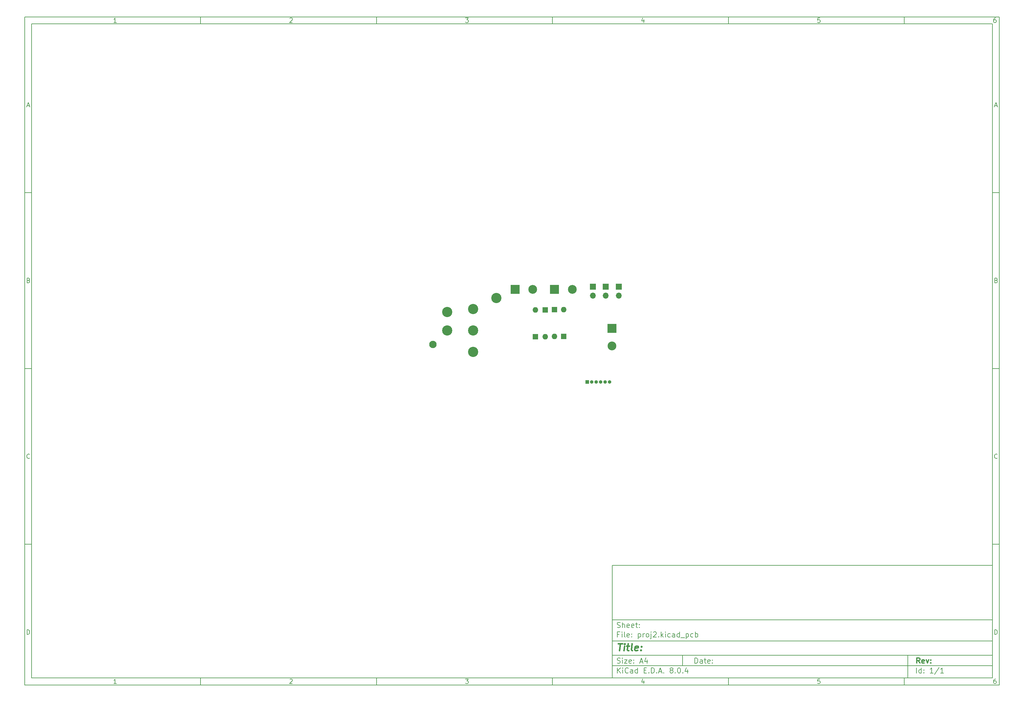
<source format=gbr>
%TF.GenerationSoftware,KiCad,Pcbnew,8.0.4*%
%TF.CreationDate,2024-08-22T11:34:41-04:00*%
%TF.ProjectId,proj2,70726f6a-322e-46b6-9963-61645f706362,rev?*%
%TF.SameCoordinates,Original*%
%TF.FileFunction,Soldermask,Bot*%
%TF.FilePolarity,Negative*%
%FSLAX46Y46*%
G04 Gerber Fmt 4.6, Leading zero omitted, Abs format (unit mm)*
G04 Created by KiCad (PCBNEW 8.0.4) date 2024-08-22 11:34:41*
%MOMM*%
%LPD*%
G01*
G04 APERTURE LIST*
%ADD10C,0.100000*%
%ADD11C,0.150000*%
%ADD12C,0.300000*%
%ADD13C,0.400000*%
%ADD14R,2.500000X2.500000*%
%ADD15C,2.500000*%
%ADD16R,1.600000X1.600000*%
%ADD17O,1.600000X1.600000*%
%ADD18C,2.100000*%
%ADD19C,2.900000*%
%ADD20R,1.700000X1.700000*%
%ADD21O,1.700000X1.700000*%
%ADD22R,1.000000X1.000000*%
%ADD23O,1.000000X1.000000*%
G04 APERTURE END LIST*
D10*
D11*
X177002200Y-166007200D02*
X285002200Y-166007200D01*
X285002200Y-198007200D01*
X177002200Y-198007200D01*
X177002200Y-166007200D01*
D10*
D11*
X10000000Y-10000000D02*
X287002200Y-10000000D01*
X287002200Y-200007200D01*
X10000000Y-200007200D01*
X10000000Y-10000000D01*
D10*
D11*
X12000000Y-12000000D02*
X285002200Y-12000000D01*
X285002200Y-198007200D01*
X12000000Y-198007200D01*
X12000000Y-12000000D01*
D10*
D11*
X60000000Y-12000000D02*
X60000000Y-10000000D01*
D10*
D11*
X110000000Y-12000000D02*
X110000000Y-10000000D01*
D10*
D11*
X160000000Y-12000000D02*
X160000000Y-10000000D01*
D10*
D11*
X210000000Y-12000000D02*
X210000000Y-10000000D01*
D10*
D11*
X260000000Y-12000000D02*
X260000000Y-10000000D01*
D10*
D11*
X36089160Y-11593604D02*
X35346303Y-11593604D01*
X35717731Y-11593604D02*
X35717731Y-10293604D01*
X35717731Y-10293604D02*
X35593922Y-10479319D01*
X35593922Y-10479319D02*
X35470112Y-10603128D01*
X35470112Y-10603128D02*
X35346303Y-10665033D01*
D10*
D11*
X85346303Y-10417414D02*
X85408207Y-10355509D01*
X85408207Y-10355509D02*
X85532017Y-10293604D01*
X85532017Y-10293604D02*
X85841541Y-10293604D01*
X85841541Y-10293604D02*
X85965350Y-10355509D01*
X85965350Y-10355509D02*
X86027255Y-10417414D01*
X86027255Y-10417414D02*
X86089160Y-10541223D01*
X86089160Y-10541223D02*
X86089160Y-10665033D01*
X86089160Y-10665033D02*
X86027255Y-10850747D01*
X86027255Y-10850747D02*
X85284398Y-11593604D01*
X85284398Y-11593604D02*
X86089160Y-11593604D01*
D10*
D11*
X135284398Y-10293604D02*
X136089160Y-10293604D01*
X136089160Y-10293604D02*
X135655826Y-10788842D01*
X135655826Y-10788842D02*
X135841541Y-10788842D01*
X135841541Y-10788842D02*
X135965350Y-10850747D01*
X135965350Y-10850747D02*
X136027255Y-10912652D01*
X136027255Y-10912652D02*
X136089160Y-11036461D01*
X136089160Y-11036461D02*
X136089160Y-11345985D01*
X136089160Y-11345985D02*
X136027255Y-11469795D01*
X136027255Y-11469795D02*
X135965350Y-11531700D01*
X135965350Y-11531700D02*
X135841541Y-11593604D01*
X135841541Y-11593604D02*
X135470112Y-11593604D01*
X135470112Y-11593604D02*
X135346303Y-11531700D01*
X135346303Y-11531700D02*
X135284398Y-11469795D01*
D10*
D11*
X185965350Y-10726938D02*
X185965350Y-11593604D01*
X185655826Y-10231700D02*
X185346303Y-11160271D01*
X185346303Y-11160271D02*
X186151064Y-11160271D01*
D10*
D11*
X236027255Y-10293604D02*
X235408207Y-10293604D01*
X235408207Y-10293604D02*
X235346303Y-10912652D01*
X235346303Y-10912652D02*
X235408207Y-10850747D01*
X235408207Y-10850747D02*
X235532017Y-10788842D01*
X235532017Y-10788842D02*
X235841541Y-10788842D01*
X235841541Y-10788842D02*
X235965350Y-10850747D01*
X235965350Y-10850747D02*
X236027255Y-10912652D01*
X236027255Y-10912652D02*
X236089160Y-11036461D01*
X236089160Y-11036461D02*
X236089160Y-11345985D01*
X236089160Y-11345985D02*
X236027255Y-11469795D01*
X236027255Y-11469795D02*
X235965350Y-11531700D01*
X235965350Y-11531700D02*
X235841541Y-11593604D01*
X235841541Y-11593604D02*
X235532017Y-11593604D01*
X235532017Y-11593604D02*
X235408207Y-11531700D01*
X235408207Y-11531700D02*
X235346303Y-11469795D01*
D10*
D11*
X285965350Y-10293604D02*
X285717731Y-10293604D01*
X285717731Y-10293604D02*
X285593922Y-10355509D01*
X285593922Y-10355509D02*
X285532017Y-10417414D01*
X285532017Y-10417414D02*
X285408207Y-10603128D01*
X285408207Y-10603128D02*
X285346303Y-10850747D01*
X285346303Y-10850747D02*
X285346303Y-11345985D01*
X285346303Y-11345985D02*
X285408207Y-11469795D01*
X285408207Y-11469795D02*
X285470112Y-11531700D01*
X285470112Y-11531700D02*
X285593922Y-11593604D01*
X285593922Y-11593604D02*
X285841541Y-11593604D01*
X285841541Y-11593604D02*
X285965350Y-11531700D01*
X285965350Y-11531700D02*
X286027255Y-11469795D01*
X286027255Y-11469795D02*
X286089160Y-11345985D01*
X286089160Y-11345985D02*
X286089160Y-11036461D01*
X286089160Y-11036461D02*
X286027255Y-10912652D01*
X286027255Y-10912652D02*
X285965350Y-10850747D01*
X285965350Y-10850747D02*
X285841541Y-10788842D01*
X285841541Y-10788842D02*
X285593922Y-10788842D01*
X285593922Y-10788842D02*
X285470112Y-10850747D01*
X285470112Y-10850747D02*
X285408207Y-10912652D01*
X285408207Y-10912652D02*
X285346303Y-11036461D01*
D10*
D11*
X60000000Y-198007200D02*
X60000000Y-200007200D01*
D10*
D11*
X110000000Y-198007200D02*
X110000000Y-200007200D01*
D10*
D11*
X160000000Y-198007200D02*
X160000000Y-200007200D01*
D10*
D11*
X210000000Y-198007200D02*
X210000000Y-200007200D01*
D10*
D11*
X260000000Y-198007200D02*
X260000000Y-200007200D01*
D10*
D11*
X36089160Y-199600804D02*
X35346303Y-199600804D01*
X35717731Y-199600804D02*
X35717731Y-198300804D01*
X35717731Y-198300804D02*
X35593922Y-198486519D01*
X35593922Y-198486519D02*
X35470112Y-198610328D01*
X35470112Y-198610328D02*
X35346303Y-198672233D01*
D10*
D11*
X85346303Y-198424614D02*
X85408207Y-198362709D01*
X85408207Y-198362709D02*
X85532017Y-198300804D01*
X85532017Y-198300804D02*
X85841541Y-198300804D01*
X85841541Y-198300804D02*
X85965350Y-198362709D01*
X85965350Y-198362709D02*
X86027255Y-198424614D01*
X86027255Y-198424614D02*
X86089160Y-198548423D01*
X86089160Y-198548423D02*
X86089160Y-198672233D01*
X86089160Y-198672233D02*
X86027255Y-198857947D01*
X86027255Y-198857947D02*
X85284398Y-199600804D01*
X85284398Y-199600804D02*
X86089160Y-199600804D01*
D10*
D11*
X135284398Y-198300804D02*
X136089160Y-198300804D01*
X136089160Y-198300804D02*
X135655826Y-198796042D01*
X135655826Y-198796042D02*
X135841541Y-198796042D01*
X135841541Y-198796042D02*
X135965350Y-198857947D01*
X135965350Y-198857947D02*
X136027255Y-198919852D01*
X136027255Y-198919852D02*
X136089160Y-199043661D01*
X136089160Y-199043661D02*
X136089160Y-199353185D01*
X136089160Y-199353185D02*
X136027255Y-199476995D01*
X136027255Y-199476995D02*
X135965350Y-199538900D01*
X135965350Y-199538900D02*
X135841541Y-199600804D01*
X135841541Y-199600804D02*
X135470112Y-199600804D01*
X135470112Y-199600804D02*
X135346303Y-199538900D01*
X135346303Y-199538900D02*
X135284398Y-199476995D01*
D10*
D11*
X185965350Y-198734138D02*
X185965350Y-199600804D01*
X185655826Y-198238900D02*
X185346303Y-199167471D01*
X185346303Y-199167471D02*
X186151064Y-199167471D01*
D10*
D11*
X236027255Y-198300804D02*
X235408207Y-198300804D01*
X235408207Y-198300804D02*
X235346303Y-198919852D01*
X235346303Y-198919852D02*
X235408207Y-198857947D01*
X235408207Y-198857947D02*
X235532017Y-198796042D01*
X235532017Y-198796042D02*
X235841541Y-198796042D01*
X235841541Y-198796042D02*
X235965350Y-198857947D01*
X235965350Y-198857947D02*
X236027255Y-198919852D01*
X236027255Y-198919852D02*
X236089160Y-199043661D01*
X236089160Y-199043661D02*
X236089160Y-199353185D01*
X236089160Y-199353185D02*
X236027255Y-199476995D01*
X236027255Y-199476995D02*
X235965350Y-199538900D01*
X235965350Y-199538900D02*
X235841541Y-199600804D01*
X235841541Y-199600804D02*
X235532017Y-199600804D01*
X235532017Y-199600804D02*
X235408207Y-199538900D01*
X235408207Y-199538900D02*
X235346303Y-199476995D01*
D10*
D11*
X285965350Y-198300804D02*
X285717731Y-198300804D01*
X285717731Y-198300804D02*
X285593922Y-198362709D01*
X285593922Y-198362709D02*
X285532017Y-198424614D01*
X285532017Y-198424614D02*
X285408207Y-198610328D01*
X285408207Y-198610328D02*
X285346303Y-198857947D01*
X285346303Y-198857947D02*
X285346303Y-199353185D01*
X285346303Y-199353185D02*
X285408207Y-199476995D01*
X285408207Y-199476995D02*
X285470112Y-199538900D01*
X285470112Y-199538900D02*
X285593922Y-199600804D01*
X285593922Y-199600804D02*
X285841541Y-199600804D01*
X285841541Y-199600804D02*
X285965350Y-199538900D01*
X285965350Y-199538900D02*
X286027255Y-199476995D01*
X286027255Y-199476995D02*
X286089160Y-199353185D01*
X286089160Y-199353185D02*
X286089160Y-199043661D01*
X286089160Y-199043661D02*
X286027255Y-198919852D01*
X286027255Y-198919852D02*
X285965350Y-198857947D01*
X285965350Y-198857947D02*
X285841541Y-198796042D01*
X285841541Y-198796042D02*
X285593922Y-198796042D01*
X285593922Y-198796042D02*
X285470112Y-198857947D01*
X285470112Y-198857947D02*
X285408207Y-198919852D01*
X285408207Y-198919852D02*
X285346303Y-199043661D01*
D10*
D11*
X10000000Y-60000000D02*
X12000000Y-60000000D01*
D10*
D11*
X10000000Y-110000000D02*
X12000000Y-110000000D01*
D10*
D11*
X10000000Y-160000000D02*
X12000000Y-160000000D01*
D10*
D11*
X10690476Y-35222176D02*
X11309523Y-35222176D01*
X10566666Y-35593604D02*
X10999999Y-34293604D01*
X10999999Y-34293604D02*
X11433333Y-35593604D01*
D10*
D11*
X11092857Y-84912652D02*
X11278571Y-84974557D01*
X11278571Y-84974557D02*
X11340476Y-85036461D01*
X11340476Y-85036461D02*
X11402380Y-85160271D01*
X11402380Y-85160271D02*
X11402380Y-85345985D01*
X11402380Y-85345985D02*
X11340476Y-85469795D01*
X11340476Y-85469795D02*
X11278571Y-85531700D01*
X11278571Y-85531700D02*
X11154761Y-85593604D01*
X11154761Y-85593604D02*
X10659523Y-85593604D01*
X10659523Y-85593604D02*
X10659523Y-84293604D01*
X10659523Y-84293604D02*
X11092857Y-84293604D01*
X11092857Y-84293604D02*
X11216666Y-84355509D01*
X11216666Y-84355509D02*
X11278571Y-84417414D01*
X11278571Y-84417414D02*
X11340476Y-84541223D01*
X11340476Y-84541223D02*
X11340476Y-84665033D01*
X11340476Y-84665033D02*
X11278571Y-84788842D01*
X11278571Y-84788842D02*
X11216666Y-84850747D01*
X11216666Y-84850747D02*
X11092857Y-84912652D01*
X11092857Y-84912652D02*
X10659523Y-84912652D01*
D10*
D11*
X11402380Y-135469795D02*
X11340476Y-135531700D01*
X11340476Y-135531700D02*
X11154761Y-135593604D01*
X11154761Y-135593604D02*
X11030952Y-135593604D01*
X11030952Y-135593604D02*
X10845238Y-135531700D01*
X10845238Y-135531700D02*
X10721428Y-135407890D01*
X10721428Y-135407890D02*
X10659523Y-135284080D01*
X10659523Y-135284080D02*
X10597619Y-135036461D01*
X10597619Y-135036461D02*
X10597619Y-134850747D01*
X10597619Y-134850747D02*
X10659523Y-134603128D01*
X10659523Y-134603128D02*
X10721428Y-134479319D01*
X10721428Y-134479319D02*
X10845238Y-134355509D01*
X10845238Y-134355509D02*
X11030952Y-134293604D01*
X11030952Y-134293604D02*
X11154761Y-134293604D01*
X11154761Y-134293604D02*
X11340476Y-134355509D01*
X11340476Y-134355509D02*
X11402380Y-134417414D01*
D10*
D11*
X10659523Y-185593604D02*
X10659523Y-184293604D01*
X10659523Y-184293604D02*
X10969047Y-184293604D01*
X10969047Y-184293604D02*
X11154761Y-184355509D01*
X11154761Y-184355509D02*
X11278571Y-184479319D01*
X11278571Y-184479319D02*
X11340476Y-184603128D01*
X11340476Y-184603128D02*
X11402380Y-184850747D01*
X11402380Y-184850747D02*
X11402380Y-185036461D01*
X11402380Y-185036461D02*
X11340476Y-185284080D01*
X11340476Y-185284080D02*
X11278571Y-185407890D01*
X11278571Y-185407890D02*
X11154761Y-185531700D01*
X11154761Y-185531700D02*
X10969047Y-185593604D01*
X10969047Y-185593604D02*
X10659523Y-185593604D01*
D10*
D11*
X287002200Y-60000000D02*
X285002200Y-60000000D01*
D10*
D11*
X287002200Y-110000000D02*
X285002200Y-110000000D01*
D10*
D11*
X287002200Y-160000000D02*
X285002200Y-160000000D01*
D10*
D11*
X285692676Y-35222176D02*
X286311723Y-35222176D01*
X285568866Y-35593604D02*
X286002199Y-34293604D01*
X286002199Y-34293604D02*
X286435533Y-35593604D01*
D10*
D11*
X286095057Y-84912652D02*
X286280771Y-84974557D01*
X286280771Y-84974557D02*
X286342676Y-85036461D01*
X286342676Y-85036461D02*
X286404580Y-85160271D01*
X286404580Y-85160271D02*
X286404580Y-85345985D01*
X286404580Y-85345985D02*
X286342676Y-85469795D01*
X286342676Y-85469795D02*
X286280771Y-85531700D01*
X286280771Y-85531700D02*
X286156961Y-85593604D01*
X286156961Y-85593604D02*
X285661723Y-85593604D01*
X285661723Y-85593604D02*
X285661723Y-84293604D01*
X285661723Y-84293604D02*
X286095057Y-84293604D01*
X286095057Y-84293604D02*
X286218866Y-84355509D01*
X286218866Y-84355509D02*
X286280771Y-84417414D01*
X286280771Y-84417414D02*
X286342676Y-84541223D01*
X286342676Y-84541223D02*
X286342676Y-84665033D01*
X286342676Y-84665033D02*
X286280771Y-84788842D01*
X286280771Y-84788842D02*
X286218866Y-84850747D01*
X286218866Y-84850747D02*
X286095057Y-84912652D01*
X286095057Y-84912652D02*
X285661723Y-84912652D01*
D10*
D11*
X286404580Y-135469795D02*
X286342676Y-135531700D01*
X286342676Y-135531700D02*
X286156961Y-135593604D01*
X286156961Y-135593604D02*
X286033152Y-135593604D01*
X286033152Y-135593604D02*
X285847438Y-135531700D01*
X285847438Y-135531700D02*
X285723628Y-135407890D01*
X285723628Y-135407890D02*
X285661723Y-135284080D01*
X285661723Y-135284080D02*
X285599819Y-135036461D01*
X285599819Y-135036461D02*
X285599819Y-134850747D01*
X285599819Y-134850747D02*
X285661723Y-134603128D01*
X285661723Y-134603128D02*
X285723628Y-134479319D01*
X285723628Y-134479319D02*
X285847438Y-134355509D01*
X285847438Y-134355509D02*
X286033152Y-134293604D01*
X286033152Y-134293604D02*
X286156961Y-134293604D01*
X286156961Y-134293604D02*
X286342676Y-134355509D01*
X286342676Y-134355509D02*
X286404580Y-134417414D01*
D10*
D11*
X285661723Y-185593604D02*
X285661723Y-184293604D01*
X285661723Y-184293604D02*
X285971247Y-184293604D01*
X285971247Y-184293604D02*
X286156961Y-184355509D01*
X286156961Y-184355509D02*
X286280771Y-184479319D01*
X286280771Y-184479319D02*
X286342676Y-184603128D01*
X286342676Y-184603128D02*
X286404580Y-184850747D01*
X286404580Y-184850747D02*
X286404580Y-185036461D01*
X286404580Y-185036461D02*
X286342676Y-185284080D01*
X286342676Y-185284080D02*
X286280771Y-185407890D01*
X286280771Y-185407890D02*
X286156961Y-185531700D01*
X286156961Y-185531700D02*
X285971247Y-185593604D01*
X285971247Y-185593604D02*
X285661723Y-185593604D01*
D10*
D11*
X200458026Y-193793328D02*
X200458026Y-192293328D01*
X200458026Y-192293328D02*
X200815169Y-192293328D01*
X200815169Y-192293328D02*
X201029455Y-192364757D01*
X201029455Y-192364757D02*
X201172312Y-192507614D01*
X201172312Y-192507614D02*
X201243741Y-192650471D01*
X201243741Y-192650471D02*
X201315169Y-192936185D01*
X201315169Y-192936185D02*
X201315169Y-193150471D01*
X201315169Y-193150471D02*
X201243741Y-193436185D01*
X201243741Y-193436185D02*
X201172312Y-193579042D01*
X201172312Y-193579042D02*
X201029455Y-193721900D01*
X201029455Y-193721900D02*
X200815169Y-193793328D01*
X200815169Y-193793328D02*
X200458026Y-193793328D01*
X202600884Y-193793328D02*
X202600884Y-193007614D01*
X202600884Y-193007614D02*
X202529455Y-192864757D01*
X202529455Y-192864757D02*
X202386598Y-192793328D01*
X202386598Y-192793328D02*
X202100884Y-192793328D01*
X202100884Y-192793328D02*
X201958026Y-192864757D01*
X202600884Y-193721900D02*
X202458026Y-193793328D01*
X202458026Y-193793328D02*
X202100884Y-193793328D01*
X202100884Y-193793328D02*
X201958026Y-193721900D01*
X201958026Y-193721900D02*
X201886598Y-193579042D01*
X201886598Y-193579042D02*
X201886598Y-193436185D01*
X201886598Y-193436185D02*
X201958026Y-193293328D01*
X201958026Y-193293328D02*
X202100884Y-193221900D01*
X202100884Y-193221900D02*
X202458026Y-193221900D01*
X202458026Y-193221900D02*
X202600884Y-193150471D01*
X203100884Y-192793328D02*
X203672312Y-192793328D01*
X203315169Y-192293328D02*
X203315169Y-193579042D01*
X203315169Y-193579042D02*
X203386598Y-193721900D01*
X203386598Y-193721900D02*
X203529455Y-193793328D01*
X203529455Y-193793328D02*
X203672312Y-193793328D01*
X204743741Y-193721900D02*
X204600884Y-193793328D01*
X204600884Y-193793328D02*
X204315170Y-193793328D01*
X204315170Y-193793328D02*
X204172312Y-193721900D01*
X204172312Y-193721900D02*
X204100884Y-193579042D01*
X204100884Y-193579042D02*
X204100884Y-193007614D01*
X204100884Y-193007614D02*
X204172312Y-192864757D01*
X204172312Y-192864757D02*
X204315170Y-192793328D01*
X204315170Y-192793328D02*
X204600884Y-192793328D01*
X204600884Y-192793328D02*
X204743741Y-192864757D01*
X204743741Y-192864757D02*
X204815170Y-193007614D01*
X204815170Y-193007614D02*
X204815170Y-193150471D01*
X204815170Y-193150471D02*
X204100884Y-193293328D01*
X205458026Y-193650471D02*
X205529455Y-193721900D01*
X205529455Y-193721900D02*
X205458026Y-193793328D01*
X205458026Y-193793328D02*
X205386598Y-193721900D01*
X205386598Y-193721900D02*
X205458026Y-193650471D01*
X205458026Y-193650471D02*
X205458026Y-193793328D01*
X205458026Y-192864757D02*
X205529455Y-192936185D01*
X205529455Y-192936185D02*
X205458026Y-193007614D01*
X205458026Y-193007614D02*
X205386598Y-192936185D01*
X205386598Y-192936185D02*
X205458026Y-192864757D01*
X205458026Y-192864757D02*
X205458026Y-193007614D01*
D10*
D11*
X177002200Y-194507200D02*
X285002200Y-194507200D01*
D10*
D11*
X178458026Y-196593328D02*
X178458026Y-195093328D01*
X179315169Y-196593328D02*
X178672312Y-195736185D01*
X179315169Y-195093328D02*
X178458026Y-195950471D01*
X179958026Y-196593328D02*
X179958026Y-195593328D01*
X179958026Y-195093328D02*
X179886598Y-195164757D01*
X179886598Y-195164757D02*
X179958026Y-195236185D01*
X179958026Y-195236185D02*
X180029455Y-195164757D01*
X180029455Y-195164757D02*
X179958026Y-195093328D01*
X179958026Y-195093328D02*
X179958026Y-195236185D01*
X181529455Y-196450471D02*
X181458027Y-196521900D01*
X181458027Y-196521900D02*
X181243741Y-196593328D01*
X181243741Y-196593328D02*
X181100884Y-196593328D01*
X181100884Y-196593328D02*
X180886598Y-196521900D01*
X180886598Y-196521900D02*
X180743741Y-196379042D01*
X180743741Y-196379042D02*
X180672312Y-196236185D01*
X180672312Y-196236185D02*
X180600884Y-195950471D01*
X180600884Y-195950471D02*
X180600884Y-195736185D01*
X180600884Y-195736185D02*
X180672312Y-195450471D01*
X180672312Y-195450471D02*
X180743741Y-195307614D01*
X180743741Y-195307614D02*
X180886598Y-195164757D01*
X180886598Y-195164757D02*
X181100884Y-195093328D01*
X181100884Y-195093328D02*
X181243741Y-195093328D01*
X181243741Y-195093328D02*
X181458027Y-195164757D01*
X181458027Y-195164757D02*
X181529455Y-195236185D01*
X182815170Y-196593328D02*
X182815170Y-195807614D01*
X182815170Y-195807614D02*
X182743741Y-195664757D01*
X182743741Y-195664757D02*
X182600884Y-195593328D01*
X182600884Y-195593328D02*
X182315170Y-195593328D01*
X182315170Y-195593328D02*
X182172312Y-195664757D01*
X182815170Y-196521900D02*
X182672312Y-196593328D01*
X182672312Y-196593328D02*
X182315170Y-196593328D01*
X182315170Y-196593328D02*
X182172312Y-196521900D01*
X182172312Y-196521900D02*
X182100884Y-196379042D01*
X182100884Y-196379042D02*
X182100884Y-196236185D01*
X182100884Y-196236185D02*
X182172312Y-196093328D01*
X182172312Y-196093328D02*
X182315170Y-196021900D01*
X182315170Y-196021900D02*
X182672312Y-196021900D01*
X182672312Y-196021900D02*
X182815170Y-195950471D01*
X184172313Y-196593328D02*
X184172313Y-195093328D01*
X184172313Y-196521900D02*
X184029455Y-196593328D01*
X184029455Y-196593328D02*
X183743741Y-196593328D01*
X183743741Y-196593328D02*
X183600884Y-196521900D01*
X183600884Y-196521900D02*
X183529455Y-196450471D01*
X183529455Y-196450471D02*
X183458027Y-196307614D01*
X183458027Y-196307614D02*
X183458027Y-195879042D01*
X183458027Y-195879042D02*
X183529455Y-195736185D01*
X183529455Y-195736185D02*
X183600884Y-195664757D01*
X183600884Y-195664757D02*
X183743741Y-195593328D01*
X183743741Y-195593328D02*
X184029455Y-195593328D01*
X184029455Y-195593328D02*
X184172313Y-195664757D01*
X186029455Y-195807614D02*
X186529455Y-195807614D01*
X186743741Y-196593328D02*
X186029455Y-196593328D01*
X186029455Y-196593328D02*
X186029455Y-195093328D01*
X186029455Y-195093328D02*
X186743741Y-195093328D01*
X187386598Y-196450471D02*
X187458027Y-196521900D01*
X187458027Y-196521900D02*
X187386598Y-196593328D01*
X187386598Y-196593328D02*
X187315170Y-196521900D01*
X187315170Y-196521900D02*
X187386598Y-196450471D01*
X187386598Y-196450471D02*
X187386598Y-196593328D01*
X188100884Y-196593328D02*
X188100884Y-195093328D01*
X188100884Y-195093328D02*
X188458027Y-195093328D01*
X188458027Y-195093328D02*
X188672313Y-195164757D01*
X188672313Y-195164757D02*
X188815170Y-195307614D01*
X188815170Y-195307614D02*
X188886599Y-195450471D01*
X188886599Y-195450471D02*
X188958027Y-195736185D01*
X188958027Y-195736185D02*
X188958027Y-195950471D01*
X188958027Y-195950471D02*
X188886599Y-196236185D01*
X188886599Y-196236185D02*
X188815170Y-196379042D01*
X188815170Y-196379042D02*
X188672313Y-196521900D01*
X188672313Y-196521900D02*
X188458027Y-196593328D01*
X188458027Y-196593328D02*
X188100884Y-196593328D01*
X189600884Y-196450471D02*
X189672313Y-196521900D01*
X189672313Y-196521900D02*
X189600884Y-196593328D01*
X189600884Y-196593328D02*
X189529456Y-196521900D01*
X189529456Y-196521900D02*
X189600884Y-196450471D01*
X189600884Y-196450471D02*
X189600884Y-196593328D01*
X190243742Y-196164757D02*
X190958028Y-196164757D01*
X190100885Y-196593328D02*
X190600885Y-195093328D01*
X190600885Y-195093328D02*
X191100885Y-196593328D01*
X191600884Y-196450471D02*
X191672313Y-196521900D01*
X191672313Y-196521900D02*
X191600884Y-196593328D01*
X191600884Y-196593328D02*
X191529456Y-196521900D01*
X191529456Y-196521900D02*
X191600884Y-196450471D01*
X191600884Y-196450471D02*
X191600884Y-196593328D01*
X193672313Y-195736185D02*
X193529456Y-195664757D01*
X193529456Y-195664757D02*
X193458027Y-195593328D01*
X193458027Y-195593328D02*
X193386599Y-195450471D01*
X193386599Y-195450471D02*
X193386599Y-195379042D01*
X193386599Y-195379042D02*
X193458027Y-195236185D01*
X193458027Y-195236185D02*
X193529456Y-195164757D01*
X193529456Y-195164757D02*
X193672313Y-195093328D01*
X193672313Y-195093328D02*
X193958027Y-195093328D01*
X193958027Y-195093328D02*
X194100885Y-195164757D01*
X194100885Y-195164757D02*
X194172313Y-195236185D01*
X194172313Y-195236185D02*
X194243742Y-195379042D01*
X194243742Y-195379042D02*
X194243742Y-195450471D01*
X194243742Y-195450471D02*
X194172313Y-195593328D01*
X194172313Y-195593328D02*
X194100885Y-195664757D01*
X194100885Y-195664757D02*
X193958027Y-195736185D01*
X193958027Y-195736185D02*
X193672313Y-195736185D01*
X193672313Y-195736185D02*
X193529456Y-195807614D01*
X193529456Y-195807614D02*
X193458027Y-195879042D01*
X193458027Y-195879042D02*
X193386599Y-196021900D01*
X193386599Y-196021900D02*
X193386599Y-196307614D01*
X193386599Y-196307614D02*
X193458027Y-196450471D01*
X193458027Y-196450471D02*
X193529456Y-196521900D01*
X193529456Y-196521900D02*
X193672313Y-196593328D01*
X193672313Y-196593328D02*
X193958027Y-196593328D01*
X193958027Y-196593328D02*
X194100885Y-196521900D01*
X194100885Y-196521900D02*
X194172313Y-196450471D01*
X194172313Y-196450471D02*
X194243742Y-196307614D01*
X194243742Y-196307614D02*
X194243742Y-196021900D01*
X194243742Y-196021900D02*
X194172313Y-195879042D01*
X194172313Y-195879042D02*
X194100885Y-195807614D01*
X194100885Y-195807614D02*
X193958027Y-195736185D01*
X194886598Y-196450471D02*
X194958027Y-196521900D01*
X194958027Y-196521900D02*
X194886598Y-196593328D01*
X194886598Y-196593328D02*
X194815170Y-196521900D01*
X194815170Y-196521900D02*
X194886598Y-196450471D01*
X194886598Y-196450471D02*
X194886598Y-196593328D01*
X195886599Y-195093328D02*
X196029456Y-195093328D01*
X196029456Y-195093328D02*
X196172313Y-195164757D01*
X196172313Y-195164757D02*
X196243742Y-195236185D01*
X196243742Y-195236185D02*
X196315170Y-195379042D01*
X196315170Y-195379042D02*
X196386599Y-195664757D01*
X196386599Y-195664757D02*
X196386599Y-196021900D01*
X196386599Y-196021900D02*
X196315170Y-196307614D01*
X196315170Y-196307614D02*
X196243742Y-196450471D01*
X196243742Y-196450471D02*
X196172313Y-196521900D01*
X196172313Y-196521900D02*
X196029456Y-196593328D01*
X196029456Y-196593328D02*
X195886599Y-196593328D01*
X195886599Y-196593328D02*
X195743742Y-196521900D01*
X195743742Y-196521900D02*
X195672313Y-196450471D01*
X195672313Y-196450471D02*
X195600884Y-196307614D01*
X195600884Y-196307614D02*
X195529456Y-196021900D01*
X195529456Y-196021900D02*
X195529456Y-195664757D01*
X195529456Y-195664757D02*
X195600884Y-195379042D01*
X195600884Y-195379042D02*
X195672313Y-195236185D01*
X195672313Y-195236185D02*
X195743742Y-195164757D01*
X195743742Y-195164757D02*
X195886599Y-195093328D01*
X197029455Y-196450471D02*
X197100884Y-196521900D01*
X197100884Y-196521900D02*
X197029455Y-196593328D01*
X197029455Y-196593328D02*
X196958027Y-196521900D01*
X196958027Y-196521900D02*
X197029455Y-196450471D01*
X197029455Y-196450471D02*
X197029455Y-196593328D01*
X198386599Y-195593328D02*
X198386599Y-196593328D01*
X198029456Y-195021900D02*
X197672313Y-196093328D01*
X197672313Y-196093328D02*
X198600884Y-196093328D01*
D10*
D11*
X177002200Y-191507200D02*
X285002200Y-191507200D01*
D10*
D12*
X264413853Y-193785528D02*
X263913853Y-193071242D01*
X263556710Y-193785528D02*
X263556710Y-192285528D01*
X263556710Y-192285528D02*
X264128139Y-192285528D01*
X264128139Y-192285528D02*
X264270996Y-192356957D01*
X264270996Y-192356957D02*
X264342425Y-192428385D01*
X264342425Y-192428385D02*
X264413853Y-192571242D01*
X264413853Y-192571242D02*
X264413853Y-192785528D01*
X264413853Y-192785528D02*
X264342425Y-192928385D01*
X264342425Y-192928385D02*
X264270996Y-192999814D01*
X264270996Y-192999814D02*
X264128139Y-193071242D01*
X264128139Y-193071242D02*
X263556710Y-193071242D01*
X265628139Y-193714100D02*
X265485282Y-193785528D01*
X265485282Y-193785528D02*
X265199568Y-193785528D01*
X265199568Y-193785528D02*
X265056710Y-193714100D01*
X265056710Y-193714100D02*
X264985282Y-193571242D01*
X264985282Y-193571242D02*
X264985282Y-192999814D01*
X264985282Y-192999814D02*
X265056710Y-192856957D01*
X265056710Y-192856957D02*
X265199568Y-192785528D01*
X265199568Y-192785528D02*
X265485282Y-192785528D01*
X265485282Y-192785528D02*
X265628139Y-192856957D01*
X265628139Y-192856957D02*
X265699568Y-192999814D01*
X265699568Y-192999814D02*
X265699568Y-193142671D01*
X265699568Y-193142671D02*
X264985282Y-193285528D01*
X266199567Y-192785528D02*
X266556710Y-193785528D01*
X266556710Y-193785528D02*
X266913853Y-192785528D01*
X267485281Y-193642671D02*
X267556710Y-193714100D01*
X267556710Y-193714100D02*
X267485281Y-193785528D01*
X267485281Y-193785528D02*
X267413853Y-193714100D01*
X267413853Y-193714100D02*
X267485281Y-193642671D01*
X267485281Y-193642671D02*
X267485281Y-193785528D01*
X267485281Y-192856957D02*
X267556710Y-192928385D01*
X267556710Y-192928385D02*
X267485281Y-192999814D01*
X267485281Y-192999814D02*
X267413853Y-192928385D01*
X267413853Y-192928385D02*
X267485281Y-192856957D01*
X267485281Y-192856957D02*
X267485281Y-192999814D01*
D10*
D11*
X178386598Y-193721900D02*
X178600884Y-193793328D01*
X178600884Y-193793328D02*
X178958026Y-193793328D01*
X178958026Y-193793328D02*
X179100884Y-193721900D01*
X179100884Y-193721900D02*
X179172312Y-193650471D01*
X179172312Y-193650471D02*
X179243741Y-193507614D01*
X179243741Y-193507614D02*
X179243741Y-193364757D01*
X179243741Y-193364757D02*
X179172312Y-193221900D01*
X179172312Y-193221900D02*
X179100884Y-193150471D01*
X179100884Y-193150471D02*
X178958026Y-193079042D01*
X178958026Y-193079042D02*
X178672312Y-193007614D01*
X178672312Y-193007614D02*
X178529455Y-192936185D01*
X178529455Y-192936185D02*
X178458026Y-192864757D01*
X178458026Y-192864757D02*
X178386598Y-192721900D01*
X178386598Y-192721900D02*
X178386598Y-192579042D01*
X178386598Y-192579042D02*
X178458026Y-192436185D01*
X178458026Y-192436185D02*
X178529455Y-192364757D01*
X178529455Y-192364757D02*
X178672312Y-192293328D01*
X178672312Y-192293328D02*
X179029455Y-192293328D01*
X179029455Y-192293328D02*
X179243741Y-192364757D01*
X179886597Y-193793328D02*
X179886597Y-192793328D01*
X179886597Y-192293328D02*
X179815169Y-192364757D01*
X179815169Y-192364757D02*
X179886597Y-192436185D01*
X179886597Y-192436185D02*
X179958026Y-192364757D01*
X179958026Y-192364757D02*
X179886597Y-192293328D01*
X179886597Y-192293328D02*
X179886597Y-192436185D01*
X180458026Y-192793328D02*
X181243741Y-192793328D01*
X181243741Y-192793328D02*
X180458026Y-193793328D01*
X180458026Y-193793328D02*
X181243741Y-193793328D01*
X182386598Y-193721900D02*
X182243741Y-193793328D01*
X182243741Y-193793328D02*
X181958027Y-193793328D01*
X181958027Y-193793328D02*
X181815169Y-193721900D01*
X181815169Y-193721900D02*
X181743741Y-193579042D01*
X181743741Y-193579042D02*
X181743741Y-193007614D01*
X181743741Y-193007614D02*
X181815169Y-192864757D01*
X181815169Y-192864757D02*
X181958027Y-192793328D01*
X181958027Y-192793328D02*
X182243741Y-192793328D01*
X182243741Y-192793328D02*
X182386598Y-192864757D01*
X182386598Y-192864757D02*
X182458027Y-193007614D01*
X182458027Y-193007614D02*
X182458027Y-193150471D01*
X182458027Y-193150471D02*
X181743741Y-193293328D01*
X183100883Y-193650471D02*
X183172312Y-193721900D01*
X183172312Y-193721900D02*
X183100883Y-193793328D01*
X183100883Y-193793328D02*
X183029455Y-193721900D01*
X183029455Y-193721900D02*
X183100883Y-193650471D01*
X183100883Y-193650471D02*
X183100883Y-193793328D01*
X183100883Y-192864757D02*
X183172312Y-192936185D01*
X183172312Y-192936185D02*
X183100883Y-193007614D01*
X183100883Y-193007614D02*
X183029455Y-192936185D01*
X183029455Y-192936185D02*
X183100883Y-192864757D01*
X183100883Y-192864757D02*
X183100883Y-193007614D01*
X184886598Y-193364757D02*
X185600884Y-193364757D01*
X184743741Y-193793328D02*
X185243741Y-192293328D01*
X185243741Y-192293328D02*
X185743741Y-193793328D01*
X186886598Y-192793328D02*
X186886598Y-193793328D01*
X186529455Y-192221900D02*
X186172312Y-193293328D01*
X186172312Y-193293328D02*
X187100883Y-193293328D01*
D10*
D11*
X263458026Y-196593328D02*
X263458026Y-195093328D01*
X264815170Y-196593328D02*
X264815170Y-195093328D01*
X264815170Y-196521900D02*
X264672312Y-196593328D01*
X264672312Y-196593328D02*
X264386598Y-196593328D01*
X264386598Y-196593328D02*
X264243741Y-196521900D01*
X264243741Y-196521900D02*
X264172312Y-196450471D01*
X264172312Y-196450471D02*
X264100884Y-196307614D01*
X264100884Y-196307614D02*
X264100884Y-195879042D01*
X264100884Y-195879042D02*
X264172312Y-195736185D01*
X264172312Y-195736185D02*
X264243741Y-195664757D01*
X264243741Y-195664757D02*
X264386598Y-195593328D01*
X264386598Y-195593328D02*
X264672312Y-195593328D01*
X264672312Y-195593328D02*
X264815170Y-195664757D01*
X265529455Y-196450471D02*
X265600884Y-196521900D01*
X265600884Y-196521900D02*
X265529455Y-196593328D01*
X265529455Y-196593328D02*
X265458027Y-196521900D01*
X265458027Y-196521900D02*
X265529455Y-196450471D01*
X265529455Y-196450471D02*
X265529455Y-196593328D01*
X265529455Y-195664757D02*
X265600884Y-195736185D01*
X265600884Y-195736185D02*
X265529455Y-195807614D01*
X265529455Y-195807614D02*
X265458027Y-195736185D01*
X265458027Y-195736185D02*
X265529455Y-195664757D01*
X265529455Y-195664757D02*
X265529455Y-195807614D01*
X268172313Y-196593328D02*
X267315170Y-196593328D01*
X267743741Y-196593328D02*
X267743741Y-195093328D01*
X267743741Y-195093328D02*
X267600884Y-195307614D01*
X267600884Y-195307614D02*
X267458027Y-195450471D01*
X267458027Y-195450471D02*
X267315170Y-195521900D01*
X269886598Y-195021900D02*
X268600884Y-196950471D01*
X271172313Y-196593328D02*
X270315170Y-196593328D01*
X270743741Y-196593328D02*
X270743741Y-195093328D01*
X270743741Y-195093328D02*
X270600884Y-195307614D01*
X270600884Y-195307614D02*
X270458027Y-195450471D01*
X270458027Y-195450471D02*
X270315170Y-195521900D01*
D10*
D11*
X177002200Y-187507200D02*
X285002200Y-187507200D01*
D10*
D13*
X178693928Y-188211638D02*
X179836785Y-188211638D01*
X179015357Y-190211638D02*
X179265357Y-188211638D01*
X180253452Y-190211638D02*
X180420119Y-188878304D01*
X180503452Y-188211638D02*
X180396309Y-188306876D01*
X180396309Y-188306876D02*
X180479643Y-188402114D01*
X180479643Y-188402114D02*
X180586786Y-188306876D01*
X180586786Y-188306876D02*
X180503452Y-188211638D01*
X180503452Y-188211638D02*
X180479643Y-188402114D01*
X181086786Y-188878304D02*
X181848690Y-188878304D01*
X181455833Y-188211638D02*
X181241548Y-189925923D01*
X181241548Y-189925923D02*
X181312976Y-190116400D01*
X181312976Y-190116400D02*
X181491548Y-190211638D01*
X181491548Y-190211638D02*
X181682024Y-190211638D01*
X182634405Y-190211638D02*
X182455833Y-190116400D01*
X182455833Y-190116400D02*
X182384405Y-189925923D01*
X182384405Y-189925923D02*
X182598690Y-188211638D01*
X184170119Y-190116400D02*
X183967738Y-190211638D01*
X183967738Y-190211638D02*
X183586785Y-190211638D01*
X183586785Y-190211638D02*
X183408214Y-190116400D01*
X183408214Y-190116400D02*
X183336785Y-189925923D01*
X183336785Y-189925923D02*
X183432024Y-189164019D01*
X183432024Y-189164019D02*
X183551071Y-188973542D01*
X183551071Y-188973542D02*
X183753452Y-188878304D01*
X183753452Y-188878304D02*
X184134404Y-188878304D01*
X184134404Y-188878304D02*
X184312976Y-188973542D01*
X184312976Y-188973542D02*
X184384404Y-189164019D01*
X184384404Y-189164019D02*
X184360595Y-189354495D01*
X184360595Y-189354495D02*
X183384404Y-189544971D01*
X185134405Y-190021161D02*
X185217738Y-190116400D01*
X185217738Y-190116400D02*
X185110595Y-190211638D01*
X185110595Y-190211638D02*
X185027262Y-190116400D01*
X185027262Y-190116400D02*
X185134405Y-190021161D01*
X185134405Y-190021161D02*
X185110595Y-190211638D01*
X185265357Y-188973542D02*
X185348690Y-189068780D01*
X185348690Y-189068780D02*
X185241548Y-189164019D01*
X185241548Y-189164019D02*
X185158214Y-189068780D01*
X185158214Y-189068780D02*
X185265357Y-188973542D01*
X185265357Y-188973542D02*
X185241548Y-189164019D01*
D10*
D11*
X178958026Y-185607614D02*
X178458026Y-185607614D01*
X178458026Y-186393328D02*
X178458026Y-184893328D01*
X178458026Y-184893328D02*
X179172312Y-184893328D01*
X179743740Y-186393328D02*
X179743740Y-185393328D01*
X179743740Y-184893328D02*
X179672312Y-184964757D01*
X179672312Y-184964757D02*
X179743740Y-185036185D01*
X179743740Y-185036185D02*
X179815169Y-184964757D01*
X179815169Y-184964757D02*
X179743740Y-184893328D01*
X179743740Y-184893328D02*
X179743740Y-185036185D01*
X180672312Y-186393328D02*
X180529455Y-186321900D01*
X180529455Y-186321900D02*
X180458026Y-186179042D01*
X180458026Y-186179042D02*
X180458026Y-184893328D01*
X181815169Y-186321900D02*
X181672312Y-186393328D01*
X181672312Y-186393328D02*
X181386598Y-186393328D01*
X181386598Y-186393328D02*
X181243740Y-186321900D01*
X181243740Y-186321900D02*
X181172312Y-186179042D01*
X181172312Y-186179042D02*
X181172312Y-185607614D01*
X181172312Y-185607614D02*
X181243740Y-185464757D01*
X181243740Y-185464757D02*
X181386598Y-185393328D01*
X181386598Y-185393328D02*
X181672312Y-185393328D01*
X181672312Y-185393328D02*
X181815169Y-185464757D01*
X181815169Y-185464757D02*
X181886598Y-185607614D01*
X181886598Y-185607614D02*
X181886598Y-185750471D01*
X181886598Y-185750471D02*
X181172312Y-185893328D01*
X182529454Y-186250471D02*
X182600883Y-186321900D01*
X182600883Y-186321900D02*
X182529454Y-186393328D01*
X182529454Y-186393328D02*
X182458026Y-186321900D01*
X182458026Y-186321900D02*
X182529454Y-186250471D01*
X182529454Y-186250471D02*
X182529454Y-186393328D01*
X182529454Y-185464757D02*
X182600883Y-185536185D01*
X182600883Y-185536185D02*
X182529454Y-185607614D01*
X182529454Y-185607614D02*
X182458026Y-185536185D01*
X182458026Y-185536185D02*
X182529454Y-185464757D01*
X182529454Y-185464757D02*
X182529454Y-185607614D01*
X184386597Y-185393328D02*
X184386597Y-186893328D01*
X184386597Y-185464757D02*
X184529455Y-185393328D01*
X184529455Y-185393328D02*
X184815169Y-185393328D01*
X184815169Y-185393328D02*
X184958026Y-185464757D01*
X184958026Y-185464757D02*
X185029455Y-185536185D01*
X185029455Y-185536185D02*
X185100883Y-185679042D01*
X185100883Y-185679042D02*
X185100883Y-186107614D01*
X185100883Y-186107614D02*
X185029455Y-186250471D01*
X185029455Y-186250471D02*
X184958026Y-186321900D01*
X184958026Y-186321900D02*
X184815169Y-186393328D01*
X184815169Y-186393328D02*
X184529455Y-186393328D01*
X184529455Y-186393328D02*
X184386597Y-186321900D01*
X185743740Y-186393328D02*
X185743740Y-185393328D01*
X185743740Y-185679042D02*
X185815169Y-185536185D01*
X185815169Y-185536185D02*
X185886598Y-185464757D01*
X185886598Y-185464757D02*
X186029455Y-185393328D01*
X186029455Y-185393328D02*
X186172312Y-185393328D01*
X186886597Y-186393328D02*
X186743740Y-186321900D01*
X186743740Y-186321900D02*
X186672311Y-186250471D01*
X186672311Y-186250471D02*
X186600883Y-186107614D01*
X186600883Y-186107614D02*
X186600883Y-185679042D01*
X186600883Y-185679042D02*
X186672311Y-185536185D01*
X186672311Y-185536185D02*
X186743740Y-185464757D01*
X186743740Y-185464757D02*
X186886597Y-185393328D01*
X186886597Y-185393328D02*
X187100883Y-185393328D01*
X187100883Y-185393328D02*
X187243740Y-185464757D01*
X187243740Y-185464757D02*
X187315169Y-185536185D01*
X187315169Y-185536185D02*
X187386597Y-185679042D01*
X187386597Y-185679042D02*
X187386597Y-186107614D01*
X187386597Y-186107614D02*
X187315169Y-186250471D01*
X187315169Y-186250471D02*
X187243740Y-186321900D01*
X187243740Y-186321900D02*
X187100883Y-186393328D01*
X187100883Y-186393328D02*
X186886597Y-186393328D01*
X188029454Y-185393328D02*
X188029454Y-186679042D01*
X188029454Y-186679042D02*
X187958026Y-186821900D01*
X187958026Y-186821900D02*
X187815169Y-186893328D01*
X187815169Y-186893328D02*
X187743740Y-186893328D01*
X188029454Y-184893328D02*
X187958026Y-184964757D01*
X187958026Y-184964757D02*
X188029454Y-185036185D01*
X188029454Y-185036185D02*
X188100883Y-184964757D01*
X188100883Y-184964757D02*
X188029454Y-184893328D01*
X188029454Y-184893328D02*
X188029454Y-185036185D01*
X188672312Y-185036185D02*
X188743740Y-184964757D01*
X188743740Y-184964757D02*
X188886598Y-184893328D01*
X188886598Y-184893328D02*
X189243740Y-184893328D01*
X189243740Y-184893328D02*
X189386598Y-184964757D01*
X189386598Y-184964757D02*
X189458026Y-185036185D01*
X189458026Y-185036185D02*
X189529455Y-185179042D01*
X189529455Y-185179042D02*
X189529455Y-185321900D01*
X189529455Y-185321900D02*
X189458026Y-185536185D01*
X189458026Y-185536185D02*
X188600883Y-186393328D01*
X188600883Y-186393328D02*
X189529455Y-186393328D01*
X190172311Y-186250471D02*
X190243740Y-186321900D01*
X190243740Y-186321900D02*
X190172311Y-186393328D01*
X190172311Y-186393328D02*
X190100883Y-186321900D01*
X190100883Y-186321900D02*
X190172311Y-186250471D01*
X190172311Y-186250471D02*
X190172311Y-186393328D01*
X190886597Y-186393328D02*
X190886597Y-184893328D01*
X191029455Y-185821900D02*
X191458026Y-186393328D01*
X191458026Y-185393328D02*
X190886597Y-185964757D01*
X192100883Y-186393328D02*
X192100883Y-185393328D01*
X192100883Y-184893328D02*
X192029455Y-184964757D01*
X192029455Y-184964757D02*
X192100883Y-185036185D01*
X192100883Y-185036185D02*
X192172312Y-184964757D01*
X192172312Y-184964757D02*
X192100883Y-184893328D01*
X192100883Y-184893328D02*
X192100883Y-185036185D01*
X193458027Y-186321900D02*
X193315169Y-186393328D01*
X193315169Y-186393328D02*
X193029455Y-186393328D01*
X193029455Y-186393328D02*
X192886598Y-186321900D01*
X192886598Y-186321900D02*
X192815169Y-186250471D01*
X192815169Y-186250471D02*
X192743741Y-186107614D01*
X192743741Y-186107614D02*
X192743741Y-185679042D01*
X192743741Y-185679042D02*
X192815169Y-185536185D01*
X192815169Y-185536185D02*
X192886598Y-185464757D01*
X192886598Y-185464757D02*
X193029455Y-185393328D01*
X193029455Y-185393328D02*
X193315169Y-185393328D01*
X193315169Y-185393328D02*
X193458027Y-185464757D01*
X194743741Y-186393328D02*
X194743741Y-185607614D01*
X194743741Y-185607614D02*
X194672312Y-185464757D01*
X194672312Y-185464757D02*
X194529455Y-185393328D01*
X194529455Y-185393328D02*
X194243741Y-185393328D01*
X194243741Y-185393328D02*
X194100883Y-185464757D01*
X194743741Y-186321900D02*
X194600883Y-186393328D01*
X194600883Y-186393328D02*
X194243741Y-186393328D01*
X194243741Y-186393328D02*
X194100883Y-186321900D01*
X194100883Y-186321900D02*
X194029455Y-186179042D01*
X194029455Y-186179042D02*
X194029455Y-186036185D01*
X194029455Y-186036185D02*
X194100883Y-185893328D01*
X194100883Y-185893328D02*
X194243741Y-185821900D01*
X194243741Y-185821900D02*
X194600883Y-185821900D01*
X194600883Y-185821900D02*
X194743741Y-185750471D01*
X196100884Y-186393328D02*
X196100884Y-184893328D01*
X196100884Y-186321900D02*
X195958026Y-186393328D01*
X195958026Y-186393328D02*
X195672312Y-186393328D01*
X195672312Y-186393328D02*
X195529455Y-186321900D01*
X195529455Y-186321900D02*
X195458026Y-186250471D01*
X195458026Y-186250471D02*
X195386598Y-186107614D01*
X195386598Y-186107614D02*
X195386598Y-185679042D01*
X195386598Y-185679042D02*
X195458026Y-185536185D01*
X195458026Y-185536185D02*
X195529455Y-185464757D01*
X195529455Y-185464757D02*
X195672312Y-185393328D01*
X195672312Y-185393328D02*
X195958026Y-185393328D01*
X195958026Y-185393328D02*
X196100884Y-185464757D01*
X196458027Y-186536185D02*
X197600884Y-186536185D01*
X197958026Y-185393328D02*
X197958026Y-186893328D01*
X197958026Y-185464757D02*
X198100884Y-185393328D01*
X198100884Y-185393328D02*
X198386598Y-185393328D01*
X198386598Y-185393328D02*
X198529455Y-185464757D01*
X198529455Y-185464757D02*
X198600884Y-185536185D01*
X198600884Y-185536185D02*
X198672312Y-185679042D01*
X198672312Y-185679042D02*
X198672312Y-186107614D01*
X198672312Y-186107614D02*
X198600884Y-186250471D01*
X198600884Y-186250471D02*
X198529455Y-186321900D01*
X198529455Y-186321900D02*
X198386598Y-186393328D01*
X198386598Y-186393328D02*
X198100884Y-186393328D01*
X198100884Y-186393328D02*
X197958026Y-186321900D01*
X199958027Y-186321900D02*
X199815169Y-186393328D01*
X199815169Y-186393328D02*
X199529455Y-186393328D01*
X199529455Y-186393328D02*
X199386598Y-186321900D01*
X199386598Y-186321900D02*
X199315169Y-186250471D01*
X199315169Y-186250471D02*
X199243741Y-186107614D01*
X199243741Y-186107614D02*
X199243741Y-185679042D01*
X199243741Y-185679042D02*
X199315169Y-185536185D01*
X199315169Y-185536185D02*
X199386598Y-185464757D01*
X199386598Y-185464757D02*
X199529455Y-185393328D01*
X199529455Y-185393328D02*
X199815169Y-185393328D01*
X199815169Y-185393328D02*
X199958027Y-185464757D01*
X200600883Y-186393328D02*
X200600883Y-184893328D01*
X200600883Y-185464757D02*
X200743741Y-185393328D01*
X200743741Y-185393328D02*
X201029455Y-185393328D01*
X201029455Y-185393328D02*
X201172312Y-185464757D01*
X201172312Y-185464757D02*
X201243741Y-185536185D01*
X201243741Y-185536185D02*
X201315169Y-185679042D01*
X201315169Y-185679042D02*
X201315169Y-186107614D01*
X201315169Y-186107614D02*
X201243741Y-186250471D01*
X201243741Y-186250471D02*
X201172312Y-186321900D01*
X201172312Y-186321900D02*
X201029455Y-186393328D01*
X201029455Y-186393328D02*
X200743741Y-186393328D01*
X200743741Y-186393328D02*
X200600883Y-186321900D01*
D10*
D11*
X177002200Y-181507200D02*
X285002200Y-181507200D01*
D10*
D11*
X178386598Y-183621900D02*
X178600884Y-183693328D01*
X178600884Y-183693328D02*
X178958026Y-183693328D01*
X178958026Y-183693328D02*
X179100884Y-183621900D01*
X179100884Y-183621900D02*
X179172312Y-183550471D01*
X179172312Y-183550471D02*
X179243741Y-183407614D01*
X179243741Y-183407614D02*
X179243741Y-183264757D01*
X179243741Y-183264757D02*
X179172312Y-183121900D01*
X179172312Y-183121900D02*
X179100884Y-183050471D01*
X179100884Y-183050471D02*
X178958026Y-182979042D01*
X178958026Y-182979042D02*
X178672312Y-182907614D01*
X178672312Y-182907614D02*
X178529455Y-182836185D01*
X178529455Y-182836185D02*
X178458026Y-182764757D01*
X178458026Y-182764757D02*
X178386598Y-182621900D01*
X178386598Y-182621900D02*
X178386598Y-182479042D01*
X178386598Y-182479042D02*
X178458026Y-182336185D01*
X178458026Y-182336185D02*
X178529455Y-182264757D01*
X178529455Y-182264757D02*
X178672312Y-182193328D01*
X178672312Y-182193328D02*
X179029455Y-182193328D01*
X179029455Y-182193328D02*
X179243741Y-182264757D01*
X179886597Y-183693328D02*
X179886597Y-182193328D01*
X180529455Y-183693328D02*
X180529455Y-182907614D01*
X180529455Y-182907614D02*
X180458026Y-182764757D01*
X180458026Y-182764757D02*
X180315169Y-182693328D01*
X180315169Y-182693328D02*
X180100883Y-182693328D01*
X180100883Y-182693328D02*
X179958026Y-182764757D01*
X179958026Y-182764757D02*
X179886597Y-182836185D01*
X181815169Y-183621900D02*
X181672312Y-183693328D01*
X181672312Y-183693328D02*
X181386598Y-183693328D01*
X181386598Y-183693328D02*
X181243740Y-183621900D01*
X181243740Y-183621900D02*
X181172312Y-183479042D01*
X181172312Y-183479042D02*
X181172312Y-182907614D01*
X181172312Y-182907614D02*
X181243740Y-182764757D01*
X181243740Y-182764757D02*
X181386598Y-182693328D01*
X181386598Y-182693328D02*
X181672312Y-182693328D01*
X181672312Y-182693328D02*
X181815169Y-182764757D01*
X181815169Y-182764757D02*
X181886598Y-182907614D01*
X181886598Y-182907614D02*
X181886598Y-183050471D01*
X181886598Y-183050471D02*
X181172312Y-183193328D01*
X183100883Y-183621900D02*
X182958026Y-183693328D01*
X182958026Y-183693328D02*
X182672312Y-183693328D01*
X182672312Y-183693328D02*
X182529454Y-183621900D01*
X182529454Y-183621900D02*
X182458026Y-183479042D01*
X182458026Y-183479042D02*
X182458026Y-182907614D01*
X182458026Y-182907614D02*
X182529454Y-182764757D01*
X182529454Y-182764757D02*
X182672312Y-182693328D01*
X182672312Y-182693328D02*
X182958026Y-182693328D01*
X182958026Y-182693328D02*
X183100883Y-182764757D01*
X183100883Y-182764757D02*
X183172312Y-182907614D01*
X183172312Y-182907614D02*
X183172312Y-183050471D01*
X183172312Y-183050471D02*
X182458026Y-183193328D01*
X183600883Y-182693328D02*
X184172311Y-182693328D01*
X183815168Y-182193328D02*
X183815168Y-183479042D01*
X183815168Y-183479042D02*
X183886597Y-183621900D01*
X183886597Y-183621900D02*
X184029454Y-183693328D01*
X184029454Y-183693328D02*
X184172311Y-183693328D01*
X184672311Y-183550471D02*
X184743740Y-183621900D01*
X184743740Y-183621900D02*
X184672311Y-183693328D01*
X184672311Y-183693328D02*
X184600883Y-183621900D01*
X184600883Y-183621900D02*
X184672311Y-183550471D01*
X184672311Y-183550471D02*
X184672311Y-183693328D01*
X184672311Y-182764757D02*
X184743740Y-182836185D01*
X184743740Y-182836185D02*
X184672311Y-182907614D01*
X184672311Y-182907614D02*
X184600883Y-182836185D01*
X184600883Y-182836185D02*
X184672311Y-182764757D01*
X184672311Y-182764757D02*
X184672311Y-182907614D01*
D10*
D11*
X197002200Y-191507200D02*
X197002200Y-194507200D01*
D10*
D11*
X261002200Y-191507200D02*
X261002200Y-198007200D01*
D14*
%TO.C,J7*%
X160600000Y-87500000D03*
D15*
X165600000Y-87500000D03*
%TD*%
D16*
%TO.C,D3*%
X157900000Y-93300000D03*
D17*
X157900000Y-100920000D03*
%TD*%
D18*
%TO.C,J2*%
X126020000Y-103155000D03*
D19*
X137420000Y-105255000D03*
X137420000Y-93055000D03*
X137420000Y-99155000D03*
X130120000Y-99155000D03*
X130120000Y-93955000D03*
X144020000Y-89955000D03*
%TD*%
D20*
%TO.C,J3*%
X171491250Y-86751250D03*
D21*
X171491250Y-89291250D03*
%TD*%
D16*
%TO.C,D1*%
X160560000Y-93240000D03*
D17*
X160560000Y-100860000D03*
%TD*%
D14*
%TO.C,J6*%
X176900000Y-98600000D03*
D15*
X176900000Y-103600000D03*
%TD*%
D22*
%TO.C,J1*%
X169860000Y-113810000D03*
D23*
X171130000Y-113810000D03*
X172400000Y-113810000D03*
X173670000Y-113810000D03*
X174940000Y-113810000D03*
X176210000Y-113810000D03*
%TD*%
D16*
%TO.C,D4*%
X155160000Y-100940000D03*
D17*
X155160000Y-93320000D03*
%TD*%
D20*
%TO.C,J4*%
X175141250Y-86751250D03*
D21*
X175141250Y-89291250D03*
%TD*%
D14*
%TO.C,J8*%
X149400000Y-87500000D03*
D15*
X154400000Y-87500000D03*
%TD*%
D16*
%TO.C,D2*%
X163200000Y-100900000D03*
D17*
X163200000Y-93280000D03*
%TD*%
D20*
%TO.C,J5*%
X178821250Y-86751250D03*
D21*
X178821250Y-89291250D03*
%TD*%
M02*

</source>
